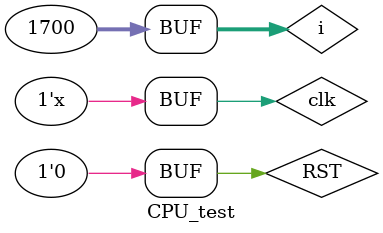
<source format=v>
`timescale 1ns / 1ps


module CPU_test(

    );
   reg clk,RST;
   wire [31:0]SyscallOut,SyscallOut2,SyscallOut3;
   integer i;
   initial begin
    clk<=0;
    RST<=0;
    for(i=0;i<1700;i=i+1) begin
     #5 clk<=~clk;
     #5 clk<=~clk;

     end
     end
     CPU test(clk,RST,SyscallOut,8'h00);
     CPU test2(clk,RST,SyscallOut2,8'h07);
     CPU test3(clk,RST,SyscallOut3,8'h04);

endmodule

</source>
